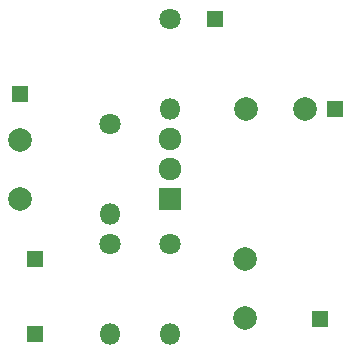
<source format=gbr>
G04 #@! TF.FileFunction,Soldermask,Bot*
%FSLAX46Y46*%
G04 Gerber Fmt 4.6, Leading zero omitted, Abs format (unit mm)*
G04 Created by KiCad (PCBNEW 4.0.7) date Monday, November 12, 2018 'AMt' 11:28:17 AM*
%MOMM*%
%LPD*%
G01*
G04 APERTURE LIST*
%ADD10C,0.100000*%
%ADD11C,2.000000*%
%ADD12R,1.400000X1.400000*%
%ADD13C,1.920000*%
%ADD14R,1.920000X1.920000*%
%ADD15C,1.800000*%
%ADD16O,1.800000X1.800000*%
G04 APERTURE END LIST*
D10*
D11*
X135890000Y-119380000D03*
X135890000Y-114380000D03*
X154940000Y-124460000D03*
X154940000Y-129460000D03*
X160020000Y-111760000D03*
X155020000Y-111760000D03*
D12*
X135890000Y-110490000D03*
X137160000Y-124460000D03*
X162560000Y-111760000D03*
X161290000Y-129540000D03*
D13*
X148590000Y-116840000D03*
X148590000Y-114300000D03*
D14*
X148590000Y-119380000D03*
D15*
X143510000Y-113030000D03*
D16*
X143510000Y-120650000D03*
D15*
X143510000Y-123190000D03*
D16*
X143510000Y-130810000D03*
D15*
X148590000Y-104140000D03*
D16*
X148590000Y-111760000D03*
D15*
X148590000Y-123190000D03*
D16*
X148590000Y-130810000D03*
D12*
X152400000Y-104140000D03*
X137160000Y-130810000D03*
M02*

</source>
